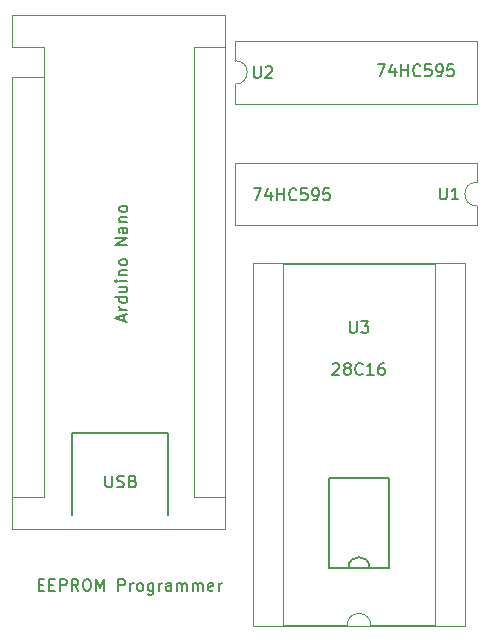
<source format=gbr>
%TF.GenerationSoftware,KiCad,Pcbnew,9.0.6+1*%
%TF.CreationDate,2025-12-07T02:18:26+01:00*%
%TF.ProjectId,EEPROM_Arduino_Programmer,45455052-4f4d-45f4-9172-6475696e6f5f,rev?*%
%TF.SameCoordinates,Original*%
%TF.FileFunction,Legend,Top*%
%TF.FilePolarity,Positive*%
%FSLAX46Y46*%
G04 Gerber Fmt 4.6, Leading zero omitted, Abs format (unit mm)*
G04 Created by KiCad (PCBNEW 9.0.6+1) date 2025-12-07 02:18:26*
%MOMM*%
%LPD*%
G01*
G04 APERTURE LIST*
%ADD10C,0.150000*%
%ADD11C,0.120000*%
G04 APERTURE END LIST*
D10*
X174117000Y-98425000D02*
X179197000Y-98425000D01*
X179197000Y-106045000D01*
X174117000Y-106045000D01*
X174117000Y-98425000D01*
X160528000Y-94615000D02*
X160528000Y-101600000D01*
X175768000Y-106045000D02*
G75*
G02*
X177546000Y-106045000I889000J0D01*
G01*
X152400000Y-94615000D02*
X160528000Y-94615000D01*
X152400000Y-101600000D02*
X152400000Y-94615000D01*
X155202095Y-98260819D02*
X155202095Y-99070342D01*
X155202095Y-99070342D02*
X155249714Y-99165580D01*
X155249714Y-99165580D02*
X155297333Y-99213200D01*
X155297333Y-99213200D02*
X155392571Y-99260819D01*
X155392571Y-99260819D02*
X155583047Y-99260819D01*
X155583047Y-99260819D02*
X155678285Y-99213200D01*
X155678285Y-99213200D02*
X155725904Y-99165580D01*
X155725904Y-99165580D02*
X155773523Y-99070342D01*
X155773523Y-99070342D02*
X155773523Y-98260819D01*
X156202095Y-99213200D02*
X156344952Y-99260819D01*
X156344952Y-99260819D02*
X156583047Y-99260819D01*
X156583047Y-99260819D02*
X156678285Y-99213200D01*
X156678285Y-99213200D02*
X156725904Y-99165580D01*
X156725904Y-99165580D02*
X156773523Y-99070342D01*
X156773523Y-99070342D02*
X156773523Y-98975104D01*
X156773523Y-98975104D02*
X156725904Y-98879866D01*
X156725904Y-98879866D02*
X156678285Y-98832247D01*
X156678285Y-98832247D02*
X156583047Y-98784628D01*
X156583047Y-98784628D02*
X156392571Y-98737009D01*
X156392571Y-98737009D02*
X156297333Y-98689390D01*
X156297333Y-98689390D02*
X156249714Y-98641771D01*
X156249714Y-98641771D02*
X156202095Y-98546533D01*
X156202095Y-98546533D02*
X156202095Y-98451295D01*
X156202095Y-98451295D02*
X156249714Y-98356057D01*
X156249714Y-98356057D02*
X156297333Y-98308438D01*
X156297333Y-98308438D02*
X156392571Y-98260819D01*
X156392571Y-98260819D02*
X156630666Y-98260819D01*
X156630666Y-98260819D02*
X156773523Y-98308438D01*
X157535428Y-98737009D02*
X157678285Y-98784628D01*
X157678285Y-98784628D02*
X157725904Y-98832247D01*
X157725904Y-98832247D02*
X157773523Y-98927485D01*
X157773523Y-98927485D02*
X157773523Y-99070342D01*
X157773523Y-99070342D02*
X157725904Y-99165580D01*
X157725904Y-99165580D02*
X157678285Y-99213200D01*
X157678285Y-99213200D02*
X157583047Y-99260819D01*
X157583047Y-99260819D02*
X157202095Y-99260819D01*
X157202095Y-99260819D02*
X157202095Y-98260819D01*
X157202095Y-98260819D02*
X157535428Y-98260819D01*
X157535428Y-98260819D02*
X157630666Y-98308438D01*
X157630666Y-98308438D02*
X157678285Y-98356057D01*
X157678285Y-98356057D02*
X157725904Y-98451295D01*
X157725904Y-98451295D02*
X157725904Y-98546533D01*
X157725904Y-98546533D02*
X157678285Y-98641771D01*
X157678285Y-98641771D02*
X157630666Y-98689390D01*
X157630666Y-98689390D02*
X157535428Y-98737009D01*
X157535428Y-98737009D02*
X157202095Y-98737009D01*
X167738095Y-73954819D02*
X168404761Y-73954819D01*
X168404761Y-73954819D02*
X167976190Y-74954819D01*
X169214285Y-74288152D02*
X169214285Y-74954819D01*
X168976190Y-73907200D02*
X168738095Y-74621485D01*
X168738095Y-74621485D02*
X169357142Y-74621485D01*
X169738095Y-74954819D02*
X169738095Y-73954819D01*
X169738095Y-74431009D02*
X170309523Y-74431009D01*
X170309523Y-74954819D02*
X170309523Y-73954819D01*
X171357142Y-74859580D02*
X171309523Y-74907200D01*
X171309523Y-74907200D02*
X171166666Y-74954819D01*
X171166666Y-74954819D02*
X171071428Y-74954819D01*
X171071428Y-74954819D02*
X170928571Y-74907200D01*
X170928571Y-74907200D02*
X170833333Y-74811961D01*
X170833333Y-74811961D02*
X170785714Y-74716723D01*
X170785714Y-74716723D02*
X170738095Y-74526247D01*
X170738095Y-74526247D02*
X170738095Y-74383390D01*
X170738095Y-74383390D02*
X170785714Y-74192914D01*
X170785714Y-74192914D02*
X170833333Y-74097676D01*
X170833333Y-74097676D02*
X170928571Y-74002438D01*
X170928571Y-74002438D02*
X171071428Y-73954819D01*
X171071428Y-73954819D02*
X171166666Y-73954819D01*
X171166666Y-73954819D02*
X171309523Y-74002438D01*
X171309523Y-74002438D02*
X171357142Y-74050057D01*
X172261904Y-73954819D02*
X171785714Y-73954819D01*
X171785714Y-73954819D02*
X171738095Y-74431009D01*
X171738095Y-74431009D02*
X171785714Y-74383390D01*
X171785714Y-74383390D02*
X171880952Y-74335771D01*
X171880952Y-74335771D02*
X172119047Y-74335771D01*
X172119047Y-74335771D02*
X172214285Y-74383390D01*
X172214285Y-74383390D02*
X172261904Y-74431009D01*
X172261904Y-74431009D02*
X172309523Y-74526247D01*
X172309523Y-74526247D02*
X172309523Y-74764342D01*
X172309523Y-74764342D02*
X172261904Y-74859580D01*
X172261904Y-74859580D02*
X172214285Y-74907200D01*
X172214285Y-74907200D02*
X172119047Y-74954819D01*
X172119047Y-74954819D02*
X171880952Y-74954819D01*
X171880952Y-74954819D02*
X171785714Y-74907200D01*
X171785714Y-74907200D02*
X171738095Y-74859580D01*
X172785714Y-74954819D02*
X172976190Y-74954819D01*
X172976190Y-74954819D02*
X173071428Y-74907200D01*
X173071428Y-74907200D02*
X173119047Y-74859580D01*
X173119047Y-74859580D02*
X173214285Y-74716723D01*
X173214285Y-74716723D02*
X173261904Y-74526247D01*
X173261904Y-74526247D02*
X173261904Y-74145295D01*
X173261904Y-74145295D02*
X173214285Y-74050057D01*
X173214285Y-74050057D02*
X173166666Y-74002438D01*
X173166666Y-74002438D02*
X173071428Y-73954819D01*
X173071428Y-73954819D02*
X172880952Y-73954819D01*
X172880952Y-73954819D02*
X172785714Y-74002438D01*
X172785714Y-74002438D02*
X172738095Y-74050057D01*
X172738095Y-74050057D02*
X172690476Y-74145295D01*
X172690476Y-74145295D02*
X172690476Y-74383390D01*
X172690476Y-74383390D02*
X172738095Y-74478628D01*
X172738095Y-74478628D02*
X172785714Y-74526247D01*
X172785714Y-74526247D02*
X172880952Y-74573866D01*
X172880952Y-74573866D02*
X173071428Y-74573866D01*
X173071428Y-74573866D02*
X173166666Y-74526247D01*
X173166666Y-74526247D02*
X173214285Y-74478628D01*
X173214285Y-74478628D02*
X173261904Y-74383390D01*
X174166666Y-73954819D02*
X173690476Y-73954819D01*
X173690476Y-73954819D02*
X173642857Y-74431009D01*
X173642857Y-74431009D02*
X173690476Y-74383390D01*
X173690476Y-74383390D02*
X173785714Y-74335771D01*
X173785714Y-74335771D02*
X174023809Y-74335771D01*
X174023809Y-74335771D02*
X174119047Y-74383390D01*
X174119047Y-74383390D02*
X174166666Y-74431009D01*
X174166666Y-74431009D02*
X174214285Y-74526247D01*
X174214285Y-74526247D02*
X174214285Y-74764342D01*
X174214285Y-74764342D02*
X174166666Y-74859580D01*
X174166666Y-74859580D02*
X174119047Y-74907200D01*
X174119047Y-74907200D02*
X174023809Y-74954819D01*
X174023809Y-74954819D02*
X173785714Y-74954819D01*
X173785714Y-74954819D02*
X173690476Y-74907200D01*
X173690476Y-74907200D02*
X173642857Y-74859580D01*
X174442714Y-88831057D02*
X174490333Y-88783438D01*
X174490333Y-88783438D02*
X174585571Y-88735819D01*
X174585571Y-88735819D02*
X174823666Y-88735819D01*
X174823666Y-88735819D02*
X174918904Y-88783438D01*
X174918904Y-88783438D02*
X174966523Y-88831057D01*
X174966523Y-88831057D02*
X175014142Y-88926295D01*
X175014142Y-88926295D02*
X175014142Y-89021533D01*
X175014142Y-89021533D02*
X174966523Y-89164390D01*
X174966523Y-89164390D02*
X174395095Y-89735819D01*
X174395095Y-89735819D02*
X175014142Y-89735819D01*
X175585571Y-89164390D02*
X175490333Y-89116771D01*
X175490333Y-89116771D02*
X175442714Y-89069152D01*
X175442714Y-89069152D02*
X175395095Y-88973914D01*
X175395095Y-88973914D02*
X175395095Y-88926295D01*
X175395095Y-88926295D02*
X175442714Y-88831057D01*
X175442714Y-88831057D02*
X175490333Y-88783438D01*
X175490333Y-88783438D02*
X175585571Y-88735819D01*
X175585571Y-88735819D02*
X175776047Y-88735819D01*
X175776047Y-88735819D02*
X175871285Y-88783438D01*
X175871285Y-88783438D02*
X175918904Y-88831057D01*
X175918904Y-88831057D02*
X175966523Y-88926295D01*
X175966523Y-88926295D02*
X175966523Y-88973914D01*
X175966523Y-88973914D02*
X175918904Y-89069152D01*
X175918904Y-89069152D02*
X175871285Y-89116771D01*
X175871285Y-89116771D02*
X175776047Y-89164390D01*
X175776047Y-89164390D02*
X175585571Y-89164390D01*
X175585571Y-89164390D02*
X175490333Y-89212009D01*
X175490333Y-89212009D02*
X175442714Y-89259628D01*
X175442714Y-89259628D02*
X175395095Y-89354866D01*
X175395095Y-89354866D02*
X175395095Y-89545342D01*
X175395095Y-89545342D02*
X175442714Y-89640580D01*
X175442714Y-89640580D02*
X175490333Y-89688200D01*
X175490333Y-89688200D02*
X175585571Y-89735819D01*
X175585571Y-89735819D02*
X175776047Y-89735819D01*
X175776047Y-89735819D02*
X175871285Y-89688200D01*
X175871285Y-89688200D02*
X175918904Y-89640580D01*
X175918904Y-89640580D02*
X175966523Y-89545342D01*
X175966523Y-89545342D02*
X175966523Y-89354866D01*
X175966523Y-89354866D02*
X175918904Y-89259628D01*
X175918904Y-89259628D02*
X175871285Y-89212009D01*
X175871285Y-89212009D02*
X175776047Y-89164390D01*
X176966523Y-89640580D02*
X176918904Y-89688200D01*
X176918904Y-89688200D02*
X176776047Y-89735819D01*
X176776047Y-89735819D02*
X176680809Y-89735819D01*
X176680809Y-89735819D02*
X176537952Y-89688200D01*
X176537952Y-89688200D02*
X176442714Y-89592961D01*
X176442714Y-89592961D02*
X176395095Y-89497723D01*
X176395095Y-89497723D02*
X176347476Y-89307247D01*
X176347476Y-89307247D02*
X176347476Y-89164390D01*
X176347476Y-89164390D02*
X176395095Y-88973914D01*
X176395095Y-88973914D02*
X176442714Y-88878676D01*
X176442714Y-88878676D02*
X176537952Y-88783438D01*
X176537952Y-88783438D02*
X176680809Y-88735819D01*
X176680809Y-88735819D02*
X176776047Y-88735819D01*
X176776047Y-88735819D02*
X176918904Y-88783438D01*
X176918904Y-88783438D02*
X176966523Y-88831057D01*
X177918904Y-89735819D02*
X177347476Y-89735819D01*
X177633190Y-89735819D02*
X177633190Y-88735819D01*
X177633190Y-88735819D02*
X177537952Y-88878676D01*
X177537952Y-88878676D02*
X177442714Y-88973914D01*
X177442714Y-88973914D02*
X177347476Y-89021533D01*
X178776047Y-88735819D02*
X178585571Y-88735819D01*
X178585571Y-88735819D02*
X178490333Y-88783438D01*
X178490333Y-88783438D02*
X178442714Y-88831057D01*
X178442714Y-88831057D02*
X178347476Y-88973914D01*
X178347476Y-88973914D02*
X178299857Y-89164390D01*
X178299857Y-89164390D02*
X178299857Y-89545342D01*
X178299857Y-89545342D02*
X178347476Y-89640580D01*
X178347476Y-89640580D02*
X178395095Y-89688200D01*
X178395095Y-89688200D02*
X178490333Y-89735819D01*
X178490333Y-89735819D02*
X178680809Y-89735819D01*
X178680809Y-89735819D02*
X178776047Y-89688200D01*
X178776047Y-89688200D02*
X178823666Y-89640580D01*
X178823666Y-89640580D02*
X178871285Y-89545342D01*
X178871285Y-89545342D02*
X178871285Y-89307247D01*
X178871285Y-89307247D02*
X178823666Y-89212009D01*
X178823666Y-89212009D02*
X178776047Y-89164390D01*
X178776047Y-89164390D02*
X178680809Y-89116771D01*
X178680809Y-89116771D02*
X178490333Y-89116771D01*
X178490333Y-89116771D02*
X178395095Y-89164390D01*
X178395095Y-89164390D02*
X178347476Y-89212009D01*
X178347476Y-89212009D02*
X178299857Y-89307247D01*
X149535523Y-107500009D02*
X149868856Y-107500009D01*
X150011713Y-108023819D02*
X149535523Y-108023819D01*
X149535523Y-108023819D02*
X149535523Y-107023819D01*
X149535523Y-107023819D02*
X150011713Y-107023819D01*
X150440285Y-107500009D02*
X150773618Y-107500009D01*
X150916475Y-108023819D02*
X150440285Y-108023819D01*
X150440285Y-108023819D02*
X150440285Y-107023819D01*
X150440285Y-107023819D02*
X150916475Y-107023819D01*
X151345047Y-108023819D02*
X151345047Y-107023819D01*
X151345047Y-107023819D02*
X151725999Y-107023819D01*
X151725999Y-107023819D02*
X151821237Y-107071438D01*
X151821237Y-107071438D02*
X151868856Y-107119057D01*
X151868856Y-107119057D02*
X151916475Y-107214295D01*
X151916475Y-107214295D02*
X151916475Y-107357152D01*
X151916475Y-107357152D02*
X151868856Y-107452390D01*
X151868856Y-107452390D02*
X151821237Y-107500009D01*
X151821237Y-107500009D02*
X151725999Y-107547628D01*
X151725999Y-107547628D02*
X151345047Y-107547628D01*
X152916475Y-108023819D02*
X152583142Y-107547628D01*
X152345047Y-108023819D02*
X152345047Y-107023819D01*
X152345047Y-107023819D02*
X152725999Y-107023819D01*
X152725999Y-107023819D02*
X152821237Y-107071438D01*
X152821237Y-107071438D02*
X152868856Y-107119057D01*
X152868856Y-107119057D02*
X152916475Y-107214295D01*
X152916475Y-107214295D02*
X152916475Y-107357152D01*
X152916475Y-107357152D02*
X152868856Y-107452390D01*
X152868856Y-107452390D02*
X152821237Y-107500009D01*
X152821237Y-107500009D02*
X152725999Y-107547628D01*
X152725999Y-107547628D02*
X152345047Y-107547628D01*
X153535523Y-107023819D02*
X153725999Y-107023819D01*
X153725999Y-107023819D02*
X153821237Y-107071438D01*
X153821237Y-107071438D02*
X153916475Y-107166676D01*
X153916475Y-107166676D02*
X153964094Y-107357152D01*
X153964094Y-107357152D02*
X153964094Y-107690485D01*
X153964094Y-107690485D02*
X153916475Y-107880961D01*
X153916475Y-107880961D02*
X153821237Y-107976200D01*
X153821237Y-107976200D02*
X153725999Y-108023819D01*
X153725999Y-108023819D02*
X153535523Y-108023819D01*
X153535523Y-108023819D02*
X153440285Y-107976200D01*
X153440285Y-107976200D02*
X153345047Y-107880961D01*
X153345047Y-107880961D02*
X153297428Y-107690485D01*
X153297428Y-107690485D02*
X153297428Y-107357152D01*
X153297428Y-107357152D02*
X153345047Y-107166676D01*
X153345047Y-107166676D02*
X153440285Y-107071438D01*
X153440285Y-107071438D02*
X153535523Y-107023819D01*
X154392666Y-108023819D02*
X154392666Y-107023819D01*
X154392666Y-107023819D02*
X154725999Y-107738104D01*
X154725999Y-107738104D02*
X155059332Y-107023819D01*
X155059332Y-107023819D02*
X155059332Y-108023819D01*
X156297428Y-108023819D02*
X156297428Y-107023819D01*
X156297428Y-107023819D02*
X156678380Y-107023819D01*
X156678380Y-107023819D02*
X156773618Y-107071438D01*
X156773618Y-107071438D02*
X156821237Y-107119057D01*
X156821237Y-107119057D02*
X156868856Y-107214295D01*
X156868856Y-107214295D02*
X156868856Y-107357152D01*
X156868856Y-107357152D02*
X156821237Y-107452390D01*
X156821237Y-107452390D02*
X156773618Y-107500009D01*
X156773618Y-107500009D02*
X156678380Y-107547628D01*
X156678380Y-107547628D02*
X156297428Y-107547628D01*
X157297428Y-108023819D02*
X157297428Y-107357152D01*
X157297428Y-107547628D02*
X157345047Y-107452390D01*
X157345047Y-107452390D02*
X157392666Y-107404771D01*
X157392666Y-107404771D02*
X157487904Y-107357152D01*
X157487904Y-107357152D02*
X157583142Y-107357152D01*
X158059333Y-108023819D02*
X157964095Y-107976200D01*
X157964095Y-107976200D02*
X157916476Y-107928580D01*
X157916476Y-107928580D02*
X157868857Y-107833342D01*
X157868857Y-107833342D02*
X157868857Y-107547628D01*
X157868857Y-107547628D02*
X157916476Y-107452390D01*
X157916476Y-107452390D02*
X157964095Y-107404771D01*
X157964095Y-107404771D02*
X158059333Y-107357152D01*
X158059333Y-107357152D02*
X158202190Y-107357152D01*
X158202190Y-107357152D02*
X158297428Y-107404771D01*
X158297428Y-107404771D02*
X158345047Y-107452390D01*
X158345047Y-107452390D02*
X158392666Y-107547628D01*
X158392666Y-107547628D02*
X158392666Y-107833342D01*
X158392666Y-107833342D02*
X158345047Y-107928580D01*
X158345047Y-107928580D02*
X158297428Y-107976200D01*
X158297428Y-107976200D02*
X158202190Y-108023819D01*
X158202190Y-108023819D02*
X158059333Y-108023819D01*
X159249809Y-107357152D02*
X159249809Y-108166676D01*
X159249809Y-108166676D02*
X159202190Y-108261914D01*
X159202190Y-108261914D02*
X159154571Y-108309533D01*
X159154571Y-108309533D02*
X159059333Y-108357152D01*
X159059333Y-108357152D02*
X158916476Y-108357152D01*
X158916476Y-108357152D02*
X158821238Y-108309533D01*
X159249809Y-107976200D02*
X159154571Y-108023819D01*
X159154571Y-108023819D02*
X158964095Y-108023819D01*
X158964095Y-108023819D02*
X158868857Y-107976200D01*
X158868857Y-107976200D02*
X158821238Y-107928580D01*
X158821238Y-107928580D02*
X158773619Y-107833342D01*
X158773619Y-107833342D02*
X158773619Y-107547628D01*
X158773619Y-107547628D02*
X158821238Y-107452390D01*
X158821238Y-107452390D02*
X158868857Y-107404771D01*
X158868857Y-107404771D02*
X158964095Y-107357152D01*
X158964095Y-107357152D02*
X159154571Y-107357152D01*
X159154571Y-107357152D02*
X159249809Y-107404771D01*
X159726000Y-108023819D02*
X159726000Y-107357152D01*
X159726000Y-107547628D02*
X159773619Y-107452390D01*
X159773619Y-107452390D02*
X159821238Y-107404771D01*
X159821238Y-107404771D02*
X159916476Y-107357152D01*
X159916476Y-107357152D02*
X160011714Y-107357152D01*
X160773619Y-108023819D02*
X160773619Y-107500009D01*
X160773619Y-107500009D02*
X160726000Y-107404771D01*
X160726000Y-107404771D02*
X160630762Y-107357152D01*
X160630762Y-107357152D02*
X160440286Y-107357152D01*
X160440286Y-107357152D02*
X160345048Y-107404771D01*
X160773619Y-107976200D02*
X160678381Y-108023819D01*
X160678381Y-108023819D02*
X160440286Y-108023819D01*
X160440286Y-108023819D02*
X160345048Y-107976200D01*
X160345048Y-107976200D02*
X160297429Y-107880961D01*
X160297429Y-107880961D02*
X160297429Y-107785723D01*
X160297429Y-107785723D02*
X160345048Y-107690485D01*
X160345048Y-107690485D02*
X160440286Y-107642866D01*
X160440286Y-107642866D02*
X160678381Y-107642866D01*
X160678381Y-107642866D02*
X160773619Y-107595247D01*
X161249810Y-108023819D02*
X161249810Y-107357152D01*
X161249810Y-107452390D02*
X161297429Y-107404771D01*
X161297429Y-107404771D02*
X161392667Y-107357152D01*
X161392667Y-107357152D02*
X161535524Y-107357152D01*
X161535524Y-107357152D02*
X161630762Y-107404771D01*
X161630762Y-107404771D02*
X161678381Y-107500009D01*
X161678381Y-107500009D02*
X161678381Y-108023819D01*
X161678381Y-107500009D02*
X161726000Y-107404771D01*
X161726000Y-107404771D02*
X161821238Y-107357152D01*
X161821238Y-107357152D02*
X161964095Y-107357152D01*
X161964095Y-107357152D02*
X162059334Y-107404771D01*
X162059334Y-107404771D02*
X162106953Y-107500009D01*
X162106953Y-107500009D02*
X162106953Y-108023819D01*
X162583143Y-108023819D02*
X162583143Y-107357152D01*
X162583143Y-107452390D02*
X162630762Y-107404771D01*
X162630762Y-107404771D02*
X162726000Y-107357152D01*
X162726000Y-107357152D02*
X162868857Y-107357152D01*
X162868857Y-107357152D02*
X162964095Y-107404771D01*
X162964095Y-107404771D02*
X163011714Y-107500009D01*
X163011714Y-107500009D02*
X163011714Y-108023819D01*
X163011714Y-107500009D02*
X163059333Y-107404771D01*
X163059333Y-107404771D02*
X163154571Y-107357152D01*
X163154571Y-107357152D02*
X163297428Y-107357152D01*
X163297428Y-107357152D02*
X163392667Y-107404771D01*
X163392667Y-107404771D02*
X163440286Y-107500009D01*
X163440286Y-107500009D02*
X163440286Y-108023819D01*
X164297428Y-107976200D02*
X164202190Y-108023819D01*
X164202190Y-108023819D02*
X164011714Y-108023819D01*
X164011714Y-108023819D02*
X163916476Y-107976200D01*
X163916476Y-107976200D02*
X163868857Y-107880961D01*
X163868857Y-107880961D02*
X163868857Y-107500009D01*
X163868857Y-107500009D02*
X163916476Y-107404771D01*
X163916476Y-107404771D02*
X164011714Y-107357152D01*
X164011714Y-107357152D02*
X164202190Y-107357152D01*
X164202190Y-107357152D02*
X164297428Y-107404771D01*
X164297428Y-107404771D02*
X164345047Y-107500009D01*
X164345047Y-107500009D02*
X164345047Y-107595247D01*
X164345047Y-107595247D02*
X163868857Y-107690485D01*
X164773619Y-108023819D02*
X164773619Y-107357152D01*
X164773619Y-107547628D02*
X164821238Y-107452390D01*
X164821238Y-107452390D02*
X164868857Y-107404771D01*
X164868857Y-107404771D02*
X164964095Y-107357152D01*
X164964095Y-107357152D02*
X165059333Y-107357152D01*
X178238095Y-63454819D02*
X178904761Y-63454819D01*
X178904761Y-63454819D02*
X178476190Y-64454819D01*
X179714285Y-63788152D02*
X179714285Y-64454819D01*
X179476190Y-63407200D02*
X179238095Y-64121485D01*
X179238095Y-64121485D02*
X179857142Y-64121485D01*
X180238095Y-64454819D02*
X180238095Y-63454819D01*
X180238095Y-63931009D02*
X180809523Y-63931009D01*
X180809523Y-64454819D02*
X180809523Y-63454819D01*
X181857142Y-64359580D02*
X181809523Y-64407200D01*
X181809523Y-64407200D02*
X181666666Y-64454819D01*
X181666666Y-64454819D02*
X181571428Y-64454819D01*
X181571428Y-64454819D02*
X181428571Y-64407200D01*
X181428571Y-64407200D02*
X181333333Y-64311961D01*
X181333333Y-64311961D02*
X181285714Y-64216723D01*
X181285714Y-64216723D02*
X181238095Y-64026247D01*
X181238095Y-64026247D02*
X181238095Y-63883390D01*
X181238095Y-63883390D02*
X181285714Y-63692914D01*
X181285714Y-63692914D02*
X181333333Y-63597676D01*
X181333333Y-63597676D02*
X181428571Y-63502438D01*
X181428571Y-63502438D02*
X181571428Y-63454819D01*
X181571428Y-63454819D02*
X181666666Y-63454819D01*
X181666666Y-63454819D02*
X181809523Y-63502438D01*
X181809523Y-63502438D02*
X181857142Y-63550057D01*
X182761904Y-63454819D02*
X182285714Y-63454819D01*
X182285714Y-63454819D02*
X182238095Y-63931009D01*
X182238095Y-63931009D02*
X182285714Y-63883390D01*
X182285714Y-63883390D02*
X182380952Y-63835771D01*
X182380952Y-63835771D02*
X182619047Y-63835771D01*
X182619047Y-63835771D02*
X182714285Y-63883390D01*
X182714285Y-63883390D02*
X182761904Y-63931009D01*
X182761904Y-63931009D02*
X182809523Y-64026247D01*
X182809523Y-64026247D02*
X182809523Y-64264342D01*
X182809523Y-64264342D02*
X182761904Y-64359580D01*
X182761904Y-64359580D02*
X182714285Y-64407200D01*
X182714285Y-64407200D02*
X182619047Y-64454819D01*
X182619047Y-64454819D02*
X182380952Y-64454819D01*
X182380952Y-64454819D02*
X182285714Y-64407200D01*
X182285714Y-64407200D02*
X182238095Y-64359580D01*
X183285714Y-64454819D02*
X183476190Y-64454819D01*
X183476190Y-64454819D02*
X183571428Y-64407200D01*
X183571428Y-64407200D02*
X183619047Y-64359580D01*
X183619047Y-64359580D02*
X183714285Y-64216723D01*
X183714285Y-64216723D02*
X183761904Y-64026247D01*
X183761904Y-64026247D02*
X183761904Y-63645295D01*
X183761904Y-63645295D02*
X183714285Y-63550057D01*
X183714285Y-63550057D02*
X183666666Y-63502438D01*
X183666666Y-63502438D02*
X183571428Y-63454819D01*
X183571428Y-63454819D02*
X183380952Y-63454819D01*
X183380952Y-63454819D02*
X183285714Y-63502438D01*
X183285714Y-63502438D02*
X183238095Y-63550057D01*
X183238095Y-63550057D02*
X183190476Y-63645295D01*
X183190476Y-63645295D02*
X183190476Y-63883390D01*
X183190476Y-63883390D02*
X183238095Y-63978628D01*
X183238095Y-63978628D02*
X183285714Y-64026247D01*
X183285714Y-64026247D02*
X183380952Y-64073866D01*
X183380952Y-64073866D02*
X183571428Y-64073866D01*
X183571428Y-64073866D02*
X183666666Y-64026247D01*
X183666666Y-64026247D02*
X183714285Y-63978628D01*
X183714285Y-63978628D02*
X183761904Y-63883390D01*
X184666666Y-63454819D02*
X184190476Y-63454819D01*
X184190476Y-63454819D02*
X184142857Y-63931009D01*
X184142857Y-63931009D02*
X184190476Y-63883390D01*
X184190476Y-63883390D02*
X184285714Y-63835771D01*
X184285714Y-63835771D02*
X184523809Y-63835771D01*
X184523809Y-63835771D02*
X184619047Y-63883390D01*
X184619047Y-63883390D02*
X184666666Y-63931009D01*
X184666666Y-63931009D02*
X184714285Y-64026247D01*
X184714285Y-64026247D02*
X184714285Y-64264342D01*
X184714285Y-64264342D02*
X184666666Y-64359580D01*
X184666666Y-64359580D02*
X184619047Y-64407200D01*
X184619047Y-64407200D02*
X184523809Y-64454819D01*
X184523809Y-64454819D02*
X184285714Y-64454819D01*
X184285714Y-64454819D02*
X184190476Y-64407200D01*
X184190476Y-64407200D02*
X184142857Y-64359580D01*
X156760104Y-85121142D02*
X156760104Y-84644952D01*
X157045819Y-85216380D02*
X156045819Y-84883047D01*
X156045819Y-84883047D02*
X157045819Y-84549714D01*
X157045819Y-84216380D02*
X156379152Y-84216380D01*
X156569628Y-84216380D02*
X156474390Y-84168761D01*
X156474390Y-84168761D02*
X156426771Y-84121142D01*
X156426771Y-84121142D02*
X156379152Y-84025904D01*
X156379152Y-84025904D02*
X156379152Y-83930666D01*
X157045819Y-83168761D02*
X156045819Y-83168761D01*
X156998200Y-83168761D02*
X157045819Y-83263999D01*
X157045819Y-83263999D02*
X157045819Y-83454475D01*
X157045819Y-83454475D02*
X156998200Y-83549713D01*
X156998200Y-83549713D02*
X156950580Y-83597332D01*
X156950580Y-83597332D02*
X156855342Y-83644951D01*
X156855342Y-83644951D02*
X156569628Y-83644951D01*
X156569628Y-83644951D02*
X156474390Y-83597332D01*
X156474390Y-83597332D02*
X156426771Y-83549713D01*
X156426771Y-83549713D02*
X156379152Y-83454475D01*
X156379152Y-83454475D02*
X156379152Y-83263999D01*
X156379152Y-83263999D02*
X156426771Y-83168761D01*
X156379152Y-82263999D02*
X157045819Y-82263999D01*
X156379152Y-82692570D02*
X156902961Y-82692570D01*
X156902961Y-82692570D02*
X156998200Y-82644951D01*
X156998200Y-82644951D02*
X157045819Y-82549713D01*
X157045819Y-82549713D02*
X157045819Y-82406856D01*
X157045819Y-82406856D02*
X156998200Y-82311618D01*
X156998200Y-82311618D02*
X156950580Y-82263999D01*
X157045819Y-81787808D02*
X156379152Y-81787808D01*
X156045819Y-81787808D02*
X156093438Y-81835427D01*
X156093438Y-81835427D02*
X156141057Y-81787808D01*
X156141057Y-81787808D02*
X156093438Y-81740189D01*
X156093438Y-81740189D02*
X156045819Y-81787808D01*
X156045819Y-81787808D02*
X156141057Y-81787808D01*
X156379152Y-81311618D02*
X157045819Y-81311618D01*
X156474390Y-81311618D02*
X156426771Y-81263999D01*
X156426771Y-81263999D02*
X156379152Y-81168761D01*
X156379152Y-81168761D02*
X156379152Y-81025904D01*
X156379152Y-81025904D02*
X156426771Y-80930666D01*
X156426771Y-80930666D02*
X156522009Y-80883047D01*
X156522009Y-80883047D02*
X157045819Y-80883047D01*
X157045819Y-80263999D02*
X156998200Y-80359237D01*
X156998200Y-80359237D02*
X156950580Y-80406856D01*
X156950580Y-80406856D02*
X156855342Y-80454475D01*
X156855342Y-80454475D02*
X156569628Y-80454475D01*
X156569628Y-80454475D02*
X156474390Y-80406856D01*
X156474390Y-80406856D02*
X156426771Y-80359237D01*
X156426771Y-80359237D02*
X156379152Y-80263999D01*
X156379152Y-80263999D02*
X156379152Y-80121142D01*
X156379152Y-80121142D02*
X156426771Y-80025904D01*
X156426771Y-80025904D02*
X156474390Y-79978285D01*
X156474390Y-79978285D02*
X156569628Y-79930666D01*
X156569628Y-79930666D02*
X156855342Y-79930666D01*
X156855342Y-79930666D02*
X156950580Y-79978285D01*
X156950580Y-79978285D02*
X156998200Y-80025904D01*
X156998200Y-80025904D02*
X157045819Y-80121142D01*
X157045819Y-80121142D02*
X157045819Y-80263999D01*
X157045819Y-78740189D02*
X156045819Y-78740189D01*
X156045819Y-78740189D02*
X157045819Y-78168761D01*
X157045819Y-78168761D02*
X156045819Y-78168761D01*
X157045819Y-77263999D02*
X156522009Y-77263999D01*
X156522009Y-77263999D02*
X156426771Y-77311618D01*
X156426771Y-77311618D02*
X156379152Y-77406856D01*
X156379152Y-77406856D02*
X156379152Y-77597332D01*
X156379152Y-77597332D02*
X156426771Y-77692570D01*
X156998200Y-77263999D02*
X157045819Y-77359237D01*
X157045819Y-77359237D02*
X157045819Y-77597332D01*
X157045819Y-77597332D02*
X156998200Y-77692570D01*
X156998200Y-77692570D02*
X156902961Y-77740189D01*
X156902961Y-77740189D02*
X156807723Y-77740189D01*
X156807723Y-77740189D02*
X156712485Y-77692570D01*
X156712485Y-77692570D02*
X156664866Y-77597332D01*
X156664866Y-77597332D02*
X156664866Y-77359237D01*
X156664866Y-77359237D02*
X156617247Y-77263999D01*
X156379152Y-76787808D02*
X157045819Y-76787808D01*
X156474390Y-76787808D02*
X156426771Y-76740189D01*
X156426771Y-76740189D02*
X156379152Y-76644951D01*
X156379152Y-76644951D02*
X156379152Y-76502094D01*
X156379152Y-76502094D02*
X156426771Y-76406856D01*
X156426771Y-76406856D02*
X156522009Y-76359237D01*
X156522009Y-76359237D02*
X157045819Y-76359237D01*
X157045819Y-75740189D02*
X156998200Y-75835427D01*
X156998200Y-75835427D02*
X156950580Y-75883046D01*
X156950580Y-75883046D02*
X156855342Y-75930665D01*
X156855342Y-75930665D02*
X156569628Y-75930665D01*
X156569628Y-75930665D02*
X156474390Y-75883046D01*
X156474390Y-75883046D02*
X156426771Y-75835427D01*
X156426771Y-75835427D02*
X156379152Y-75740189D01*
X156379152Y-75740189D02*
X156379152Y-75597332D01*
X156379152Y-75597332D02*
X156426771Y-75502094D01*
X156426771Y-75502094D02*
X156474390Y-75454475D01*
X156474390Y-75454475D02*
X156569628Y-75406856D01*
X156569628Y-75406856D02*
X156855342Y-75406856D01*
X156855342Y-75406856D02*
X156950580Y-75454475D01*
X156950580Y-75454475D02*
X156998200Y-75502094D01*
X156998200Y-75502094D02*
X157045819Y-75597332D01*
X157045819Y-75597332D02*
X157045819Y-75740189D01*
X175895095Y-85179819D02*
X175895095Y-85989342D01*
X175895095Y-85989342D02*
X175942714Y-86084580D01*
X175942714Y-86084580D02*
X175990333Y-86132200D01*
X175990333Y-86132200D02*
X176085571Y-86179819D01*
X176085571Y-86179819D02*
X176276047Y-86179819D01*
X176276047Y-86179819D02*
X176371285Y-86132200D01*
X176371285Y-86132200D02*
X176418904Y-86084580D01*
X176418904Y-86084580D02*
X176466523Y-85989342D01*
X176466523Y-85989342D02*
X176466523Y-85179819D01*
X176847476Y-85179819D02*
X177466523Y-85179819D01*
X177466523Y-85179819D02*
X177133190Y-85560771D01*
X177133190Y-85560771D02*
X177276047Y-85560771D01*
X177276047Y-85560771D02*
X177371285Y-85608390D01*
X177371285Y-85608390D02*
X177418904Y-85656009D01*
X177418904Y-85656009D02*
X177466523Y-85751247D01*
X177466523Y-85751247D02*
X177466523Y-85989342D01*
X177466523Y-85989342D02*
X177418904Y-86084580D01*
X177418904Y-86084580D02*
X177371285Y-86132200D01*
X177371285Y-86132200D02*
X177276047Y-86179819D01*
X177276047Y-86179819D02*
X176990333Y-86179819D01*
X176990333Y-86179819D02*
X176895095Y-86132200D01*
X176895095Y-86132200D02*
X176847476Y-86084580D01*
X167767095Y-63589819D02*
X167767095Y-64399342D01*
X167767095Y-64399342D02*
X167814714Y-64494580D01*
X167814714Y-64494580D02*
X167862333Y-64542200D01*
X167862333Y-64542200D02*
X167957571Y-64589819D01*
X167957571Y-64589819D02*
X168148047Y-64589819D01*
X168148047Y-64589819D02*
X168243285Y-64542200D01*
X168243285Y-64542200D02*
X168290904Y-64494580D01*
X168290904Y-64494580D02*
X168338523Y-64399342D01*
X168338523Y-64399342D02*
X168338523Y-63589819D01*
X168767095Y-63685057D02*
X168814714Y-63637438D01*
X168814714Y-63637438D02*
X168909952Y-63589819D01*
X168909952Y-63589819D02*
X169148047Y-63589819D01*
X169148047Y-63589819D02*
X169243285Y-63637438D01*
X169243285Y-63637438D02*
X169290904Y-63685057D01*
X169290904Y-63685057D02*
X169338523Y-63780295D01*
X169338523Y-63780295D02*
X169338523Y-63875533D01*
X169338523Y-63875533D02*
X169290904Y-64018390D01*
X169290904Y-64018390D02*
X168719476Y-64589819D01*
X168719476Y-64589819D02*
X169338523Y-64589819D01*
X183515095Y-73876819D02*
X183515095Y-74686342D01*
X183515095Y-74686342D02*
X183562714Y-74781580D01*
X183562714Y-74781580D02*
X183610333Y-74829200D01*
X183610333Y-74829200D02*
X183705571Y-74876819D01*
X183705571Y-74876819D02*
X183896047Y-74876819D01*
X183896047Y-74876819D02*
X183991285Y-74829200D01*
X183991285Y-74829200D02*
X184038904Y-74781580D01*
X184038904Y-74781580D02*
X184086523Y-74686342D01*
X184086523Y-74686342D02*
X184086523Y-73876819D01*
X185086523Y-74876819D02*
X184515095Y-74876819D01*
X184800809Y-74876819D02*
X184800809Y-73876819D01*
X184800809Y-73876819D02*
X184705571Y-74019676D01*
X184705571Y-74019676D02*
X184610333Y-74114914D01*
X184610333Y-74114914D02*
X184515095Y-74162533D01*
D11*
%TO.C,Arduino Nano*%
X147317000Y-59306000D02*
X147317000Y-61976000D01*
X147317000Y-64516000D02*
X147317000Y-102746000D01*
X147317000Y-102746000D02*
X165357000Y-102746000D01*
X149987000Y-61976000D02*
X147317000Y-61976000D01*
X149987000Y-64516000D02*
X147317000Y-64516000D01*
X149987000Y-64516000D02*
X149987000Y-61976000D01*
X149987000Y-64516000D02*
X149987000Y-100076000D01*
X149987000Y-100076000D02*
X147317000Y-100076000D01*
X162687000Y-61976000D02*
X162687000Y-100076000D01*
X162687000Y-61976000D02*
X165357000Y-61976000D01*
X162687000Y-100076000D02*
X165357000Y-100076000D01*
X165357000Y-59306000D02*
X147317000Y-59306000D01*
X165357000Y-102746000D02*
X165357000Y-59306000D01*
%TO.C,U3*%
X167712000Y-80276000D02*
X167712000Y-110996000D01*
X167712000Y-110996000D02*
X185612000Y-110996000D01*
X170202000Y-80336000D02*
X170202000Y-110936000D01*
X170202000Y-110936000D02*
X175662000Y-110936000D01*
X177662000Y-110936000D02*
X183122000Y-110936000D01*
X183122000Y-80336000D02*
X170202000Y-80336000D01*
X183122000Y-110936000D02*
X183122000Y-80336000D01*
X185612000Y-80276000D02*
X167712000Y-80276000D01*
X185612000Y-110996000D02*
X185612000Y-80276000D01*
X175662000Y-110936000D02*
G75*
G02*
X177662000Y-110936000I1000000J0D01*
G01*
%TO.C,U2*%
X166198000Y-61475000D02*
X166198000Y-63125000D01*
X166198000Y-65125000D02*
X166198000Y-66775000D01*
X166198000Y-66775000D02*
X186638000Y-66775000D01*
X186638000Y-61475000D02*
X166198000Y-61475000D01*
X186638000Y-66775000D02*
X186638000Y-61475000D01*
X166198000Y-63125000D02*
G75*
G02*
X166198000Y-65125000I0J-1000000D01*
G01*
%TO.C,U1*%
X166183000Y-71772000D02*
X166183000Y-77072000D01*
X166183000Y-77072000D02*
X186623000Y-77072000D01*
X186623000Y-71772000D02*
X166183000Y-71772000D01*
X186623000Y-73422000D02*
X186623000Y-71772000D01*
X186623000Y-77072000D02*
X186623000Y-75422000D01*
X186623000Y-75422000D02*
G75*
G02*
X186623000Y-73422000I0J1000000D01*
G01*
%TD*%
M02*

</source>
